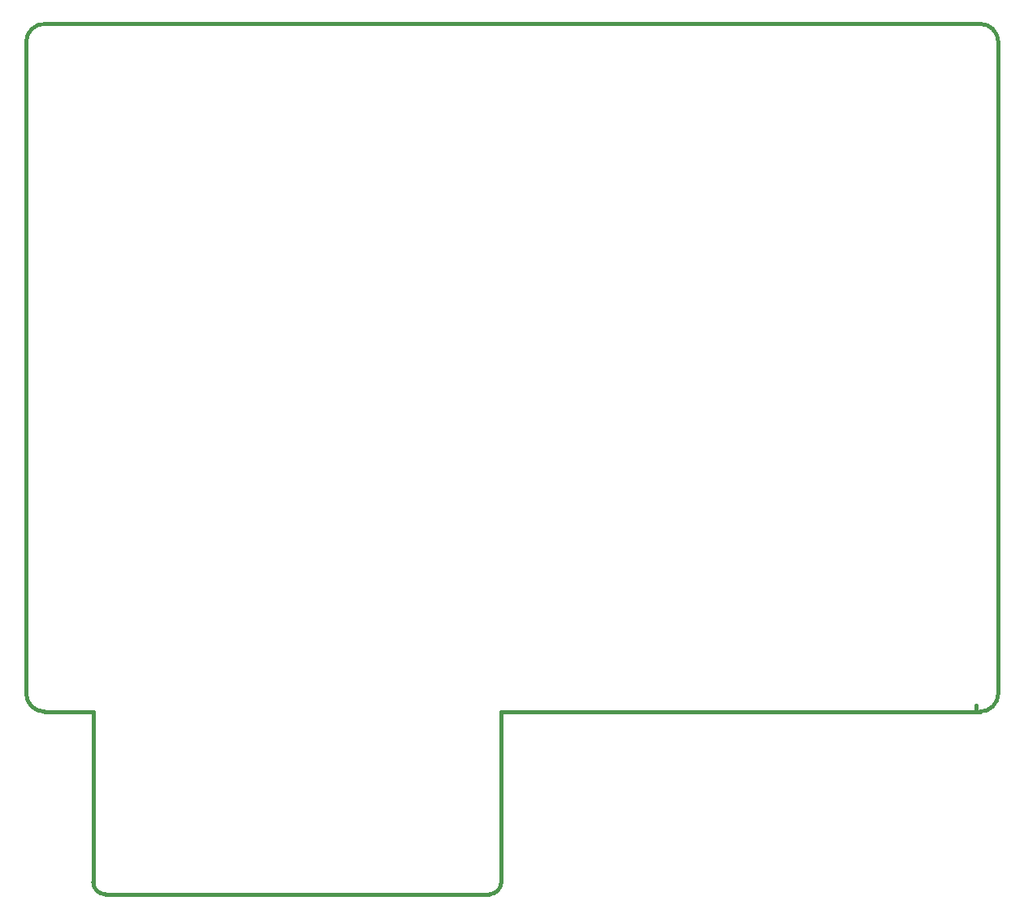
<source format=gm1>
G04 #@! TF.FileFunction,Profile,NP*
%FSLAX46Y46*%
G04 Gerber Fmt 4.6, Leading zero omitted, Abs format (unit mm)*
G04 Created by KiCad (PCBNEW 4.0.4-stable) date 04/14/17 15:57:30*
%MOMM*%
%LPD*%
G01*
G04 APERTURE LIST*
%ADD10C,0.150000*%
%ADD11C,0.381000*%
G04 APERTURE END LIST*
D10*
D11*
X-24130000Y-26670000D02*
X-19050000Y-26670000D01*
X73025000Y-26670000D02*
X73025000Y-26035000D01*
X23495000Y-26670000D02*
X73025000Y-26670000D01*
X-17780000Y-45720000D02*
X22225000Y-45720000D01*
X-19050000Y-44450000D02*
X-19050000Y-41275000D01*
X23495000Y-44450000D02*
X23495000Y-41910000D01*
X-26035000Y43180000D02*
X-26035000Y-24892000D01*
X-24130000Y45085000D02*
X55499000Y45085000D01*
X-24130000Y45085000D02*
G75*
G03X-26035000Y43180000I0J-1905000D01*
G01*
X75311000Y43180000D02*
X75311000Y32639000D01*
X75311000Y43180000D02*
G75*
G03X73406000Y45085000I-1905000J0D01*
G01*
X75311000Y-24765000D02*
X75311000Y32893000D01*
X73406000Y-26670000D02*
X72644000Y-26670000D01*
X73406000Y-26670000D02*
G75*
G03X75311000Y-24765000I0J1905000D01*
G01*
X60960000Y45085000D02*
X73533000Y45085000D01*
X61087000Y45085000D02*
X54864000Y45085000D01*
X22225000Y-45720000D02*
G75*
G03X23495000Y-44450000I0J1270000D01*
G01*
X-19050000Y-44450000D02*
G75*
G03X-17780000Y-45720000I1270000J0D01*
G01*
X23495000Y-41910000D02*
X23495000Y-26670000D01*
X-19050000Y-26670000D02*
X-19050000Y-41910000D01*
X-26035000Y-24765000D02*
G75*
G03X-24130000Y-26670000I1905000J0D01*
G01*
M02*

</source>
